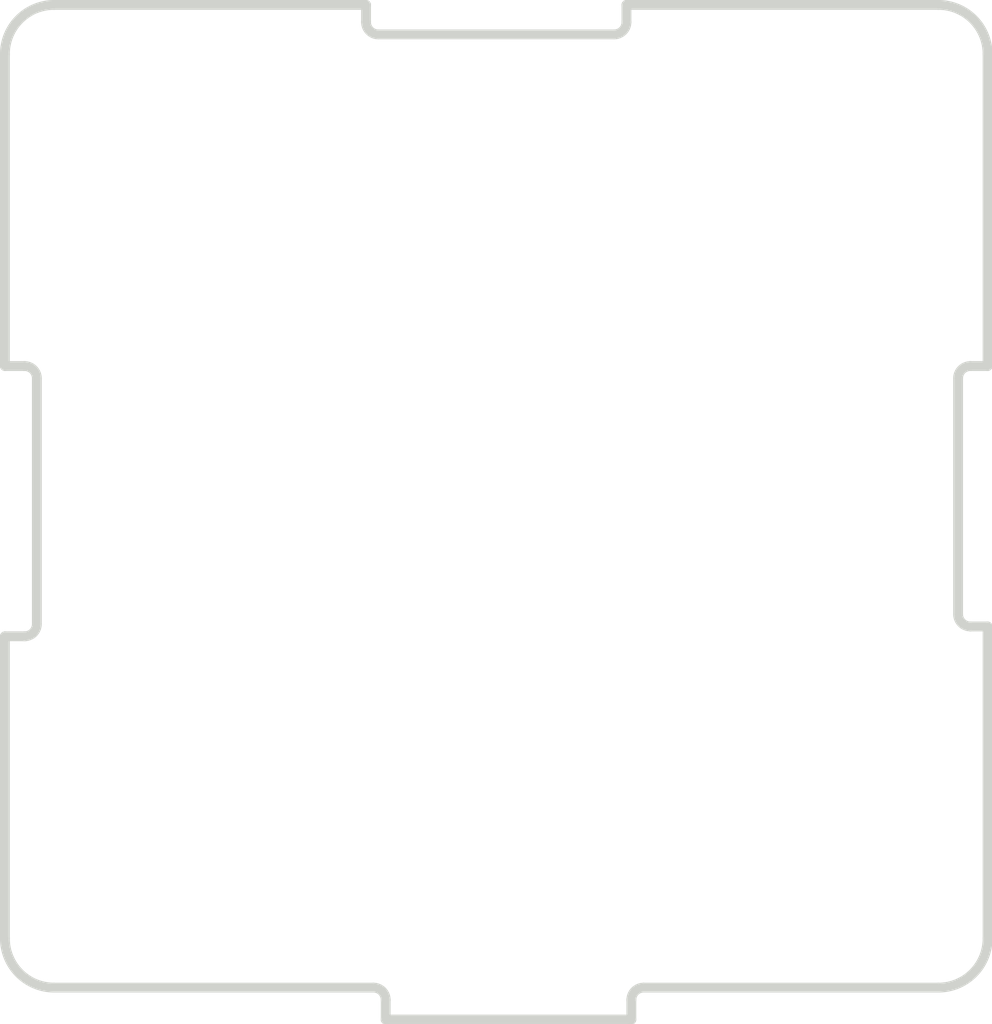
<source format=kicad_pcb>
(kicad_pcb (version 20171130) (host pcbnew "(5.1.2)-1")

  (general
    (thickness 1.6)
    (drawings 32)
    (tracks 0)
    (zones 0)
    (modules 0)
    (nets 1)
  )

  (page A4)
  (layers
    (0 F.Cu signal)
    (31 B.Cu signal)
    (32 B.Adhes user)
    (33 F.Adhes user)
    (34 B.Paste user)
    (35 F.Paste user)
    (36 B.SilkS user)
    (37 F.SilkS user)
    (38 B.Mask user)
    (39 F.Mask user)
    (40 Dwgs.User user)
    (41 Cmts.User user)
    (42 Eco1.User user)
    (43 Eco2.User user)
    (44 Edge.Cuts user)
    (45 Margin user)
    (46 B.CrtYd user)
    (47 F.CrtYd user)
    (48 B.Fab user)
    (49 F.Fab user)
  )

  (setup
    (last_trace_width 0.25)
    (trace_clearance 0.2)
    (zone_clearance 0.508)
    (zone_45_only no)
    (trace_min 0.2)
    (via_size 0.8)
    (via_drill 0.4)
    (via_min_size 0.4)
    (via_min_drill 0.3)
    (uvia_size 0.3)
    (uvia_drill 0.1)
    (uvias_allowed no)
    (uvia_min_size 0.2)
    (uvia_min_drill 0.1)
    (edge_width 0.12)
    (segment_width 0.12)
    (pcb_text_width 0.3)
    (pcb_text_size 1.5 1.5)
    (mod_edge_width 0.12)
    (mod_text_size 1 1)
    (mod_text_width 0.15)
    (pad_size 1.524 1.524)
    (pad_drill 0.762)
    (pad_to_mask_clearance 0.051)
    (solder_mask_min_width 0.25)
    (aux_axis_origin 83.82 123.19)
    (visible_elements FFFFEF7F)
    (pcbplotparams
      (layerselection 0x01000_7ffffffe)
      (usegerberextensions false)
      (usegerberattributes false)
      (usegerberadvancedattributes false)
      (creategerberjobfile false)
      (excludeedgelayer true)
      (linewidth 0.100000)
      (plotframeref false)
      (viasonmask false)
      (mode 1)
      (useauxorigin false)
      (hpglpennumber 1)
      (hpglpenspeed 20)
      (hpglpendiameter 15.000000)
      (psnegative false)
      (psa4output false)
      (plotreference true)
      (plotvalue true)
      (plotinvisibletext false)
      (padsonsilk false)
      (subtractmaskfromsilk false)
      (outputformat 1)
      (mirror false)
      (drillshape 0)
      (scaleselection 1)
      (outputdirectory "v2/"))
  )

  (net 0 "")

  (net_class Default "This is the default net class."
    (clearance 0.2)
    (trace_width 0.25)
    (via_dia 0.8)
    (via_drill 0.4)
    (uvia_dia 0.3)
    (uvia_drill 0.1)
  )

  (gr_line (start 105.283 70.866001) (end 105.283 71.755001) (layer Edge.Cuts) (width 0.50774))
  (gr_line (start 118.998999 123.317001) (end 118.998999 122.301001) (layer Edge.Cuts) (width 0.50774))
  (gr_line (start 106.299 123.317001) (end 118.998999 123.317001) (layer Edge.Cuts) (width 0.50774))
  (gr_line (start 89.154 70.866001) (end 105.283 70.866001) (layer Edge.Cuts) (width 0.50774))
  (gr_line (start 106.299 123.317001) (end 106.299 122.301001) (layer Edge.Cuts) (width 0.50774))
  (gr_arc (start 136.525 90.17) (end 136.525 89.535001) (angle -90) (layer Edge.Cuts) (width 0.50774))
  (gr_line (start 118.11 72.390001) (end 105.917999 72.390001) (layer Edge.Cuts) (width 0.50774))
  (gr_line (start 86.614 103.505) (end 86.614 119.126001) (layer Edge.Cuts) (width 0.50774))
  (gr_arc (start 87.63 102.870001) (end 87.63 103.505) (angle -90) (layer Edge.Cuts) (width 0.50774))
  (gr_arc (start 89.154 119.126001) (end 86.614 119.126001) (angle -90) (layer Edge.Cuts) (width 0.50774))
  (gr_line (start 137.414 102.997) (end 136.525 102.997) (layer Edge.Cuts) (width 0.50774))
  (gr_arc (start 134.874 73.406001) (end 137.414 73.406001) (angle -90) (layer Edge.Cuts) (width 0.50774))
  (gr_line (start 118.744999 70.866001) (end 118.744999 71.755001) (layer Edge.Cuts) (width 0.50774))
  (gr_line (start 86.614 103.505) (end 87.63 103.505) (layer Edge.Cuts) (width 0.50774))
  (gr_arc (start 105.664 122.301001) (end 106.298999 122.301001) (angle -90) (layer Edge.Cuts) (width 0.50774))
  (gr_arc (start 118.11 71.755001) (end 118.11 72.39) (angle -90) (layer Edge.Cuts) (width 0.50774))
  (gr_arc (start 89.154 73.406001) (end 89.154 70.866001) (angle -90) (layer Edge.Cuts) (width 0.50774))
  (gr_line (start 86.614 73.406001) (end 86.614 89.535001) (layer Edge.Cuts) (width 0.50774))
  (gr_line (start 135.89 102.362001) (end 135.89 90.17) (layer Edge.Cuts) (width 0.50774))
  (gr_line (start 86.614 89.535001) (end 87.63 89.535001) (layer Edge.Cuts) (width 0.50774))
  (gr_arc (start 134.874 119.126001) (end 134.874 121.666001) (angle -90) (layer Edge.Cuts) (width 0.50774))
  (gr_line (start 88.265 90.17) (end 88.265 102.870001) (layer Edge.Cuts) (width 0.50774))
  (gr_arc (start 136.525 102.362001) (end 135.89 102.362001) (angle -90) (layer Edge.Cuts) (width 0.50774))
  (gr_arc (start 105.917999 71.755001) (end 105.283 71.755001) (angle -90) (layer Edge.Cuts) (width 0.50774))
  (gr_line (start 118.744999 70.866001) (end 134.874 70.866001) (layer Edge.Cuts) (width 0.50774))
  (gr_line (start 137.414 73.406001) (end 137.414 89.535001) (layer Edge.Cuts) (width 0.50774))
  (gr_line (start 137.414 102.997) (end 137.414 119.126001) (layer Edge.Cuts) (width 0.50774))
  (gr_line (start 119.634 121.666001) (end 134.874 121.666001) (layer Edge.Cuts) (width 0.50774))
  (gr_line (start 89.154 121.666001) (end 105.664 121.666001) (layer Edge.Cuts) (width 0.50774))
  (gr_line (start 137.414 89.535001) (end 136.525 89.535001) (layer Edge.Cuts) (width 0.50774))
  (gr_arc (start 119.634 122.301001) (end 119.634 121.666001) (angle -90) (layer Edge.Cuts) (width 0.50774))
  (gr_arc (start 87.63 90.17) (end 88.264999 90.17) (angle -90) (layer Edge.Cuts) (width 0.50774))

)

</source>
